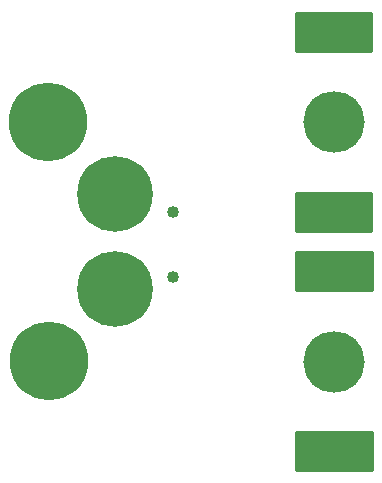
<source format=gts>
G75*
G70*
%OFA0B0*%
%FSLAX24Y24*%
%IPPOS*%
%LPD*%
%AMOC8*
5,1,8,0,0,1.08239X$1,22.5*
%
%ADD10C,0.2049*%
%ADD11C,0.0095*%
%ADD12C,0.2620*%
%ADD13C,0.0400*%
%ADD14C,0.2520*%
D10*
X011728Y004685D03*
X011728Y012677D03*
D11*
X012981Y009054D02*
X010455Y009054D01*
X010455Y010320D01*
X012981Y010320D01*
X012981Y009054D01*
X012981Y009148D02*
X010455Y009148D01*
X010455Y009242D02*
X012981Y009242D01*
X012981Y009336D02*
X010455Y009336D01*
X010455Y009430D02*
X012981Y009430D01*
X012981Y009524D02*
X010455Y009524D01*
X010455Y009618D02*
X012981Y009618D01*
X012981Y009712D02*
X010455Y009712D01*
X010455Y009806D02*
X012981Y009806D01*
X012981Y009900D02*
X010455Y009900D01*
X010455Y009994D02*
X012981Y009994D01*
X012981Y010088D02*
X010455Y010088D01*
X010455Y010182D02*
X012981Y010182D01*
X012981Y010276D02*
X010455Y010276D01*
X010465Y007075D02*
X012991Y007075D01*
X010465Y007075D02*
X010465Y008341D01*
X012991Y008341D01*
X012991Y007075D01*
X012991Y007169D02*
X010465Y007169D01*
X010465Y007263D02*
X012991Y007263D01*
X012991Y007357D02*
X010465Y007357D01*
X010465Y007451D02*
X012991Y007451D01*
X012991Y007545D02*
X010465Y007545D01*
X010465Y007639D02*
X012991Y007639D01*
X012991Y007733D02*
X010465Y007733D01*
X010465Y007827D02*
X012991Y007827D01*
X012991Y007921D02*
X010465Y007921D01*
X010465Y008015D02*
X012991Y008015D01*
X012991Y008109D02*
X010465Y008109D01*
X010465Y008203D02*
X012991Y008203D01*
X012991Y008297D02*
X010465Y008297D01*
X010465Y001075D02*
X012991Y001075D01*
X010465Y001075D02*
X010465Y002341D01*
X012991Y002341D01*
X012991Y001075D01*
X012991Y001169D02*
X010465Y001169D01*
X010465Y001263D02*
X012991Y001263D01*
X012991Y001357D02*
X010465Y001357D01*
X010465Y001451D02*
X012991Y001451D01*
X012991Y001545D02*
X010465Y001545D01*
X010465Y001639D02*
X012991Y001639D01*
X012991Y001733D02*
X010465Y001733D01*
X010465Y001827D02*
X012991Y001827D01*
X012991Y001921D02*
X010465Y001921D01*
X010465Y002015D02*
X012991Y002015D01*
X012991Y002109D02*
X010465Y002109D01*
X010465Y002203D02*
X012991Y002203D01*
X012991Y002297D02*
X010465Y002297D01*
X010455Y015054D02*
X012981Y015054D01*
X010455Y015054D02*
X010455Y016320D01*
X012981Y016320D01*
X012981Y015054D01*
X012981Y015148D02*
X010455Y015148D01*
X010455Y015242D02*
X012981Y015242D01*
X012981Y015336D02*
X010455Y015336D01*
X010455Y015430D02*
X012981Y015430D01*
X012981Y015524D02*
X010455Y015524D01*
X010455Y015618D02*
X012981Y015618D01*
X012981Y015712D02*
X010455Y015712D01*
X010455Y015806D02*
X012981Y015806D01*
X012981Y015900D02*
X010455Y015900D01*
X010455Y015994D02*
X012981Y015994D01*
X012981Y016088D02*
X010455Y016088D01*
X010455Y016182D02*
X012981Y016182D01*
X012981Y016276D02*
X010455Y016276D01*
D12*
X002228Y004708D03*
X002218Y012687D03*
D13*
X006374Y009685D03*
X006374Y007519D03*
D14*
X004444Y007126D03*
X004444Y010275D03*
M02*

</source>
